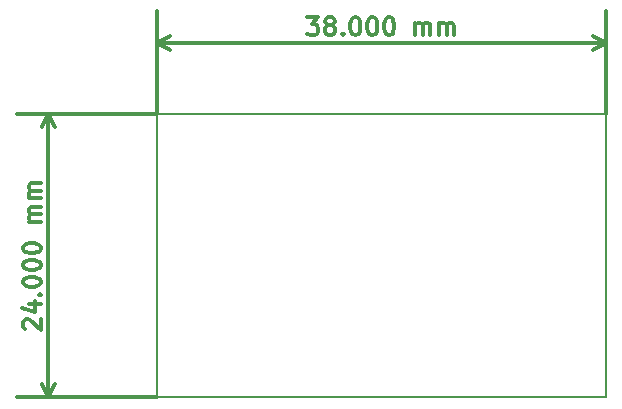
<source format=gbr>
G04 #@! TF.FileFunction,Drawing*
%FSLAX46Y46*%
G04 Gerber Fmt 4.6, Leading zero omitted, Abs format (unit mm)*
G04 Created by KiCad (PCBNEW 4.0.2-stable) date 9/21/2016 2:39:29 AM*
%MOMM*%
G01*
G04 APERTURE LIST*
%ADD10C,0.100000*%
%ADD11C,0.300000*%
%ADD12C,0.200000*%
G04 APERTURE END LIST*
D10*
D11*
X99771429Y-115434285D02*
X99700000Y-115362856D01*
X99628571Y-115219999D01*
X99628571Y-114862856D01*
X99700000Y-114719999D01*
X99771429Y-114648570D01*
X99914286Y-114577142D01*
X100057143Y-114577142D01*
X100271429Y-114648570D01*
X101128571Y-115505713D01*
X101128571Y-114577142D01*
X100128571Y-113291428D02*
X101128571Y-113291428D01*
X99557143Y-113648571D02*
X100628571Y-114005714D01*
X100628571Y-113077142D01*
X100985714Y-112505714D02*
X101057143Y-112434286D01*
X101128571Y-112505714D01*
X101057143Y-112577143D01*
X100985714Y-112505714D01*
X101128571Y-112505714D01*
X99628571Y-111505714D02*
X99628571Y-111362857D01*
X99700000Y-111220000D01*
X99771429Y-111148571D01*
X99914286Y-111077142D01*
X100200000Y-111005714D01*
X100557143Y-111005714D01*
X100842857Y-111077142D01*
X100985714Y-111148571D01*
X101057143Y-111220000D01*
X101128571Y-111362857D01*
X101128571Y-111505714D01*
X101057143Y-111648571D01*
X100985714Y-111720000D01*
X100842857Y-111791428D01*
X100557143Y-111862857D01*
X100200000Y-111862857D01*
X99914286Y-111791428D01*
X99771429Y-111720000D01*
X99700000Y-111648571D01*
X99628571Y-111505714D01*
X99628571Y-110077143D02*
X99628571Y-109934286D01*
X99700000Y-109791429D01*
X99771429Y-109720000D01*
X99914286Y-109648571D01*
X100200000Y-109577143D01*
X100557143Y-109577143D01*
X100842857Y-109648571D01*
X100985714Y-109720000D01*
X101057143Y-109791429D01*
X101128571Y-109934286D01*
X101128571Y-110077143D01*
X101057143Y-110220000D01*
X100985714Y-110291429D01*
X100842857Y-110362857D01*
X100557143Y-110434286D01*
X100200000Y-110434286D01*
X99914286Y-110362857D01*
X99771429Y-110291429D01*
X99700000Y-110220000D01*
X99628571Y-110077143D01*
X99628571Y-108648572D02*
X99628571Y-108505715D01*
X99700000Y-108362858D01*
X99771429Y-108291429D01*
X99914286Y-108220000D01*
X100200000Y-108148572D01*
X100557143Y-108148572D01*
X100842857Y-108220000D01*
X100985714Y-108291429D01*
X101057143Y-108362858D01*
X101128571Y-108505715D01*
X101128571Y-108648572D01*
X101057143Y-108791429D01*
X100985714Y-108862858D01*
X100842857Y-108934286D01*
X100557143Y-109005715D01*
X100200000Y-109005715D01*
X99914286Y-108934286D01*
X99771429Y-108862858D01*
X99700000Y-108791429D01*
X99628571Y-108648572D01*
X101128571Y-106362858D02*
X100128571Y-106362858D01*
X100271429Y-106362858D02*
X100200000Y-106291430D01*
X100128571Y-106148572D01*
X100128571Y-105934287D01*
X100200000Y-105791430D01*
X100342857Y-105720001D01*
X101128571Y-105720001D01*
X100342857Y-105720001D02*
X100200000Y-105648572D01*
X100128571Y-105505715D01*
X100128571Y-105291430D01*
X100200000Y-105148572D01*
X100342857Y-105077144D01*
X101128571Y-105077144D01*
X101128571Y-104362858D02*
X100128571Y-104362858D01*
X100271429Y-104362858D02*
X100200000Y-104291430D01*
X100128571Y-104148572D01*
X100128571Y-103934287D01*
X100200000Y-103791430D01*
X100342857Y-103720001D01*
X101128571Y-103720001D01*
X100342857Y-103720001D02*
X100200000Y-103648572D01*
X100128571Y-103505715D01*
X100128571Y-103291430D01*
X100200000Y-103148572D01*
X100342857Y-103077144D01*
X101128571Y-103077144D01*
X101800000Y-121220000D02*
X101800000Y-97220000D01*
X111000000Y-121220000D02*
X99100000Y-121220000D01*
X111000000Y-97220000D02*
X99100000Y-97220000D01*
X101800000Y-97220000D02*
X102386421Y-98346504D01*
X101800000Y-97220000D02*
X101213579Y-98346504D01*
X101800000Y-121220000D02*
X102386421Y-120093496D01*
X101800000Y-121220000D02*
X101213579Y-120093496D01*
X123714287Y-89048571D02*
X124642858Y-89048571D01*
X124142858Y-89620000D01*
X124357144Y-89620000D01*
X124500001Y-89691429D01*
X124571430Y-89762857D01*
X124642858Y-89905714D01*
X124642858Y-90262857D01*
X124571430Y-90405714D01*
X124500001Y-90477143D01*
X124357144Y-90548571D01*
X123928572Y-90548571D01*
X123785715Y-90477143D01*
X123714287Y-90405714D01*
X125500001Y-89691429D02*
X125357143Y-89620000D01*
X125285715Y-89548571D01*
X125214286Y-89405714D01*
X125214286Y-89334286D01*
X125285715Y-89191429D01*
X125357143Y-89120000D01*
X125500001Y-89048571D01*
X125785715Y-89048571D01*
X125928572Y-89120000D01*
X126000001Y-89191429D01*
X126071429Y-89334286D01*
X126071429Y-89405714D01*
X126000001Y-89548571D01*
X125928572Y-89620000D01*
X125785715Y-89691429D01*
X125500001Y-89691429D01*
X125357143Y-89762857D01*
X125285715Y-89834286D01*
X125214286Y-89977143D01*
X125214286Y-90262857D01*
X125285715Y-90405714D01*
X125357143Y-90477143D01*
X125500001Y-90548571D01*
X125785715Y-90548571D01*
X125928572Y-90477143D01*
X126000001Y-90405714D01*
X126071429Y-90262857D01*
X126071429Y-89977143D01*
X126000001Y-89834286D01*
X125928572Y-89762857D01*
X125785715Y-89691429D01*
X126714286Y-90405714D02*
X126785714Y-90477143D01*
X126714286Y-90548571D01*
X126642857Y-90477143D01*
X126714286Y-90405714D01*
X126714286Y-90548571D01*
X127714286Y-89048571D02*
X127857143Y-89048571D01*
X128000000Y-89120000D01*
X128071429Y-89191429D01*
X128142858Y-89334286D01*
X128214286Y-89620000D01*
X128214286Y-89977143D01*
X128142858Y-90262857D01*
X128071429Y-90405714D01*
X128000000Y-90477143D01*
X127857143Y-90548571D01*
X127714286Y-90548571D01*
X127571429Y-90477143D01*
X127500000Y-90405714D01*
X127428572Y-90262857D01*
X127357143Y-89977143D01*
X127357143Y-89620000D01*
X127428572Y-89334286D01*
X127500000Y-89191429D01*
X127571429Y-89120000D01*
X127714286Y-89048571D01*
X129142857Y-89048571D02*
X129285714Y-89048571D01*
X129428571Y-89120000D01*
X129500000Y-89191429D01*
X129571429Y-89334286D01*
X129642857Y-89620000D01*
X129642857Y-89977143D01*
X129571429Y-90262857D01*
X129500000Y-90405714D01*
X129428571Y-90477143D01*
X129285714Y-90548571D01*
X129142857Y-90548571D01*
X129000000Y-90477143D01*
X128928571Y-90405714D01*
X128857143Y-90262857D01*
X128785714Y-89977143D01*
X128785714Y-89620000D01*
X128857143Y-89334286D01*
X128928571Y-89191429D01*
X129000000Y-89120000D01*
X129142857Y-89048571D01*
X130571428Y-89048571D02*
X130714285Y-89048571D01*
X130857142Y-89120000D01*
X130928571Y-89191429D01*
X131000000Y-89334286D01*
X131071428Y-89620000D01*
X131071428Y-89977143D01*
X131000000Y-90262857D01*
X130928571Y-90405714D01*
X130857142Y-90477143D01*
X130714285Y-90548571D01*
X130571428Y-90548571D01*
X130428571Y-90477143D01*
X130357142Y-90405714D01*
X130285714Y-90262857D01*
X130214285Y-89977143D01*
X130214285Y-89620000D01*
X130285714Y-89334286D01*
X130357142Y-89191429D01*
X130428571Y-89120000D01*
X130571428Y-89048571D01*
X132857142Y-90548571D02*
X132857142Y-89548571D01*
X132857142Y-89691429D02*
X132928570Y-89620000D01*
X133071428Y-89548571D01*
X133285713Y-89548571D01*
X133428570Y-89620000D01*
X133499999Y-89762857D01*
X133499999Y-90548571D01*
X133499999Y-89762857D02*
X133571428Y-89620000D01*
X133714285Y-89548571D01*
X133928570Y-89548571D01*
X134071428Y-89620000D01*
X134142856Y-89762857D01*
X134142856Y-90548571D01*
X134857142Y-90548571D02*
X134857142Y-89548571D01*
X134857142Y-89691429D02*
X134928570Y-89620000D01*
X135071428Y-89548571D01*
X135285713Y-89548571D01*
X135428570Y-89620000D01*
X135499999Y-89762857D01*
X135499999Y-90548571D01*
X135499999Y-89762857D02*
X135571428Y-89620000D01*
X135714285Y-89548571D01*
X135928570Y-89548571D01*
X136071428Y-89620000D01*
X136142856Y-89762857D01*
X136142856Y-90548571D01*
X111000000Y-91220000D02*
X149000000Y-91220000D01*
X111000000Y-97220000D02*
X111000000Y-88520000D01*
X149000000Y-97220000D02*
X149000000Y-88520000D01*
X149000000Y-91220000D02*
X147873496Y-91806421D01*
X149000000Y-91220000D02*
X147873496Y-90633579D01*
X111000000Y-91220000D02*
X112126504Y-91806421D01*
X111000000Y-91220000D02*
X112126504Y-90633579D01*
D12*
X149000000Y-121220000D02*
X111000000Y-121220000D01*
X149000000Y-97220000D02*
X149000000Y-121220000D01*
X111000000Y-97220000D02*
X149000000Y-97220000D01*
X111000000Y-121220000D02*
X111000000Y-97220000D01*
M02*

</source>
